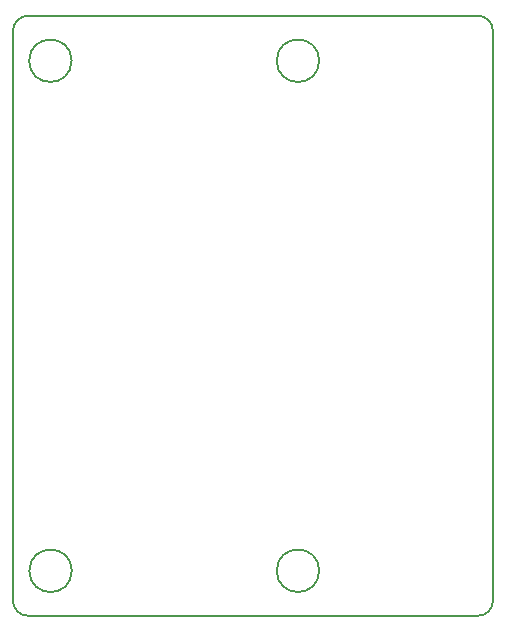
<source format=gbr>
G04 #@! TF.GenerationSoftware,KiCad,Pcbnew,5.0.2-bee76a0~70~ubuntu18.04.1*
G04 #@! TF.CreationDate,2020-05-13T22:21:42-07:00*
G04 #@! TF.ProjectId,pcb,7063622e-6b69-4636-9164-5f7063625858,rev?*
G04 #@! TF.SameCoordinates,Original*
G04 #@! TF.FileFunction,Profile,NP*
%FSLAX46Y46*%
G04 Gerber Fmt 4.6, Leading zero omitted, Abs format (unit mm)*
G04 Created by KiCad (PCBNEW 5.0.2-bee76a0~70~ubuntu18.04.1) date Wed 13 May 2020 10:21:42 PM PDT*
%MOMM*%
%LPD*%
G01*
G04 APERTURE LIST*
%ADD10C,0.150000*%
%ADD11C,0.200000*%
G04 APERTURE END LIST*
D10*
X137160000Y-76200000D02*
X137160000Y-124460000D01*
X137160000Y-76200000D02*
G75*
G02X138430000Y-74930000I1270000J0D01*
G01*
X138430000Y-125730000D02*
G75*
G02X137160000Y-124460000I0J1270000D01*
G01*
X142142102Y-121925000D02*
G75*
G03X142142102Y-121925000I-1796051J0D01*
G01*
X142125000Y-78740000D02*
G75*
G03X142125000Y-78740000I-1796051J0D01*
G01*
X163086051Y-78740000D02*
G75*
G03X163086051Y-78740000I-1796051J0D01*
G01*
X163086051Y-121920000D02*
G75*
G03X163086051Y-121920000I-1796051J0D01*
G01*
X177800000Y-124460000D02*
G75*
G02X176530000Y-125730000I-1270000J0D01*
G01*
X176530000Y-74930000D02*
G75*
G02X177800000Y-76200000I0J-1270000D01*
G01*
D11*
X176530000Y-125730000D02*
X138430000Y-125730000D01*
X177800000Y-76200000D02*
X177800000Y-124460000D01*
X138430000Y-74930000D02*
X176530000Y-74930000D01*
M02*

</source>
